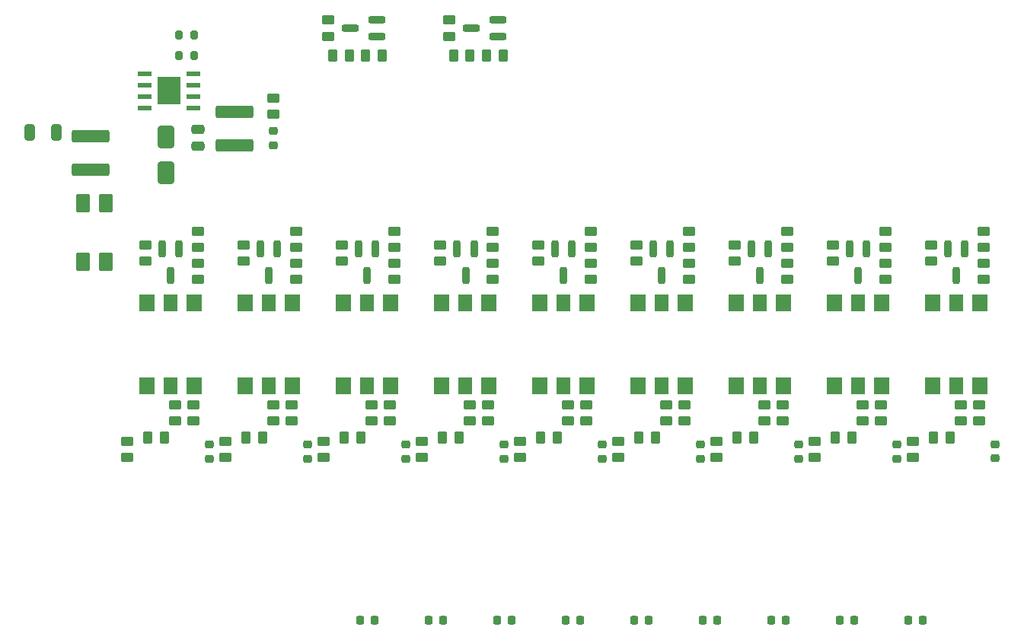
<source format=gbr>
%TF.GenerationSoftware,KiCad,Pcbnew,9.0.0*%
%TF.CreationDate,2025-07-09T14:44:12+08:00*%
%TF.ProjectId,ESPrinkler Retic PCB,45535072-696e-46b6-9c65-722052657469,rev?*%
%TF.SameCoordinates,Original*%
%TF.FileFunction,Paste,Top*%
%TF.FilePolarity,Positive*%
%FSLAX46Y46*%
G04 Gerber Fmt 4.6, Leading zero omitted, Abs format (unit mm)*
G04 Created by KiCad (PCBNEW 9.0.0) date 2025-07-09 14:44:12*
%MOMM*%
%LPD*%
G01*
G04 APERTURE LIST*
G04 Aperture macros list*
%AMRoundRect*
0 Rectangle with rounded corners*
0 $1 Rounding radius*
0 $2 $3 $4 $5 $6 $7 $8 $9 X,Y pos of 4 corners*
0 Add a 4 corners polygon primitive as box body*
4,1,4,$2,$3,$4,$5,$6,$7,$8,$9,$2,$3,0*
0 Add four circle primitives for the rounded corners*
1,1,$1+$1,$2,$3*
1,1,$1+$1,$4,$5*
1,1,$1+$1,$6,$7*
1,1,$1+$1,$8,$9*
0 Add four rect primitives between the rounded corners*
20,1,$1+$1,$2,$3,$4,$5,0*
20,1,$1+$1,$4,$5,$6,$7,0*
20,1,$1+$1,$6,$7,$8,$9,0*
20,1,$1+$1,$8,$9,$2,$3,0*%
G04 Aperture macros list end*
%ADD10RoundRect,0.225000X-0.250000X0.225000X-0.250000X-0.225000X0.250000X-0.225000X0.250000X0.225000X0*%
%ADD11R,1.651000X1.955800*%
%ADD12R,1.524000X1.955800*%
%ADD13RoundRect,0.250000X0.450000X-0.262500X0.450000X0.262500X-0.450000X0.262500X-0.450000X-0.262500X0*%
%ADD14RoundRect,0.250000X-0.450000X0.262500X-0.450000X-0.262500X0.450000X-0.262500X0.450000X0.262500X0*%
%ADD15RoundRect,0.249999X-0.525001X0.800001X-0.525001X-0.800001X0.525001X-0.800001X0.525001X0.800001X0*%
%ADD16RoundRect,0.249999X1.850001X-0.450001X1.850001X0.450001X-1.850001X0.450001X-1.850001X-0.450001X0*%
%ADD17RoundRect,0.250000X0.262500X0.450000X-0.262500X0.450000X-0.262500X-0.450000X0.262500X-0.450000X0*%
%ADD18RoundRect,0.250000X-0.262500X-0.450000X0.262500X-0.450000X0.262500X0.450000X-0.262500X0.450000X0*%
%ADD19RoundRect,0.200000X-0.200000X0.750000X-0.200000X-0.750000X0.200000X-0.750000X0.200000X0.750000X0*%
%ADD20RoundRect,0.250000X-0.650000X1.000000X-0.650000X-1.000000X0.650000X-1.000000X0.650000X1.000000X0*%
%ADD21RoundRect,0.218750X-0.218750X-0.256250X0.218750X-0.256250X0.218750X0.256250X-0.218750X0.256250X0*%
%ADD22RoundRect,0.250000X0.325000X0.650000X-0.325000X0.650000X-0.325000X-0.650000X0.325000X-0.650000X0*%
%ADD23RoundRect,0.200000X0.750000X0.200000X-0.750000X0.200000X-0.750000X-0.200000X0.750000X-0.200000X0*%
%ADD24RoundRect,0.250000X-0.475000X0.250000X-0.475000X-0.250000X0.475000X-0.250000X0.475000X0.250000X0*%
%ADD25RoundRect,0.218750X-0.256250X0.218750X-0.256250X-0.218750X0.256250X-0.218750X0.256250X0.218750X0*%
%ADD26RoundRect,0.200000X0.200000X0.275000X-0.200000X0.275000X-0.200000X-0.275000X0.200000X-0.275000X0*%
%ADD27R,1.550000X0.600000*%
%ADD28R,2.600000X3.100000*%
G04 APERTURE END LIST*
D10*
%TO.C,C13*%
X243332000Y-125450000D03*
X243332000Y-127000000D03*
%TD*%
D11*
%TO.C,U3*%
X165163500Y-109689900D03*
D12*
X162560000Y-109689900D03*
D11*
X159956500Y-109689900D03*
X159956500Y-118910100D03*
D12*
X162560000Y-118910100D03*
D11*
X165163500Y-118910100D03*
%TD*%
D13*
%TO.C,R55*%
X230632000Y-122832500D03*
X230632000Y-121007500D03*
%TD*%
D11*
%TO.C,U8*%
X219773500Y-109689900D03*
D12*
X217170000Y-109689900D03*
D11*
X214566500Y-109689900D03*
X214566500Y-118910100D03*
D12*
X217170000Y-118910100D03*
D11*
X219773500Y-118910100D03*
%TD*%
D14*
%TO.C,R69*%
X209296000Y-101703500D03*
X209296000Y-103528500D03*
%TD*%
D13*
%TO.C,R36*%
X159766000Y-105052500D03*
X159766000Y-103227500D03*
%TD*%
D10*
%TO.C,C12*%
X232410000Y-125463000D03*
X232410000Y-127013000D03*
%TD*%
D14*
%TO.C,R32*%
X187452000Y-105259500D03*
X187452000Y-107084500D03*
%TD*%
%TO.C,R25*%
X146812000Y-125071500D03*
X146812000Y-126896500D03*
%TD*%
D10*
%TO.C,C10*%
X210566000Y-125463000D03*
X210566000Y-127013000D03*
%TD*%
D14*
%TO.C,R57*%
X201422000Y-125071500D03*
X201422000Y-126896500D03*
%TD*%
%TO.C,R43*%
X187452000Y-101703500D03*
X187452000Y-103528500D03*
%TD*%
%TO.C,R40*%
X154686000Y-101703500D03*
X154686000Y-103528500D03*
%TD*%
D10*
%TO.C,C7*%
X177800000Y-125476000D03*
X177800000Y-127026000D03*
%TD*%
D14*
%TO.C,R19*%
X195834000Y-121007500D03*
X195834000Y-122832500D03*
%TD*%
D10*
%TO.C,C8*%
X188722000Y-125463000D03*
X188722000Y-127013000D03*
%TD*%
D15*
%TO.C,D1*%
X144399000Y-98604000D03*
X141859000Y-98604000D03*
X141859000Y-105104000D03*
X144399000Y-105104000D03*
%TD*%
D16*
%TO.C,L2*%
X158748000Y-92157000D03*
X158748000Y-88457000D03*
%TD*%
D17*
%TO.C,R8*%
X188594500Y-82169000D03*
X186769500Y-82169000D03*
%TD*%
D13*
%TO.C,R20*%
X154178000Y-122832500D03*
X154178000Y-121007500D03*
%TD*%
D14*
%TO.C,R29*%
X168656000Y-125071500D03*
X168656000Y-126896500D03*
%TD*%
D17*
%TO.C,R13*%
X183689000Y-124714000D03*
X181864000Y-124714000D03*
%TD*%
%TO.C,R47*%
X227377000Y-124714000D03*
X225552000Y-124714000D03*
%TD*%
D14*
%TO.C,R60*%
X220218000Y-105259500D03*
X220218000Y-107084500D03*
%TD*%
D18*
%TO.C,R7*%
X183086500Y-82169000D03*
X184911500Y-82169000D03*
%TD*%
%TO.C,R2*%
X169648500Y-82169000D03*
X171473500Y-82169000D03*
%TD*%
D14*
%TO.C,R26*%
X154686000Y-105259500D03*
X154686000Y-107084500D03*
%TD*%
D11*
%TO.C,U2*%
X154241500Y-109689900D03*
D12*
X151638000Y-109689900D03*
D11*
X149034500Y-109689900D03*
X149034500Y-118910100D03*
D12*
X151638000Y-118910100D03*
D11*
X154241500Y-118910100D03*
%TD*%
D19*
%TO.C,Q7*%
X196276000Y-103680000D03*
X194376000Y-103680000D03*
X195326000Y-106680000D03*
%TD*%
D14*
%TO.C,R34*%
X198374000Y-105259500D03*
X198374000Y-107084500D03*
%TD*%
D13*
%TO.C,R65*%
X203454000Y-105052500D03*
X203454000Y-103227500D03*
%TD*%
%TO.C,R66*%
X214376000Y-105052500D03*
X214376000Y-103227500D03*
%TD*%
D14*
%TO.C,R70*%
X220218000Y-101703500D03*
X220218000Y-103528500D03*
%TD*%
%TO.C,R51*%
X228600000Y-121007500D03*
X228600000Y-122832500D03*
%TD*%
%TO.C,R33*%
X190500000Y-125071500D03*
X190500000Y-126896500D03*
%TD*%
%TO.C,R15*%
X152146000Y-121007500D03*
X152146000Y-122832500D03*
%TD*%
D11*
%TO.C,U5*%
X187007500Y-109689900D03*
D12*
X184404000Y-109689900D03*
D11*
X181800500Y-109689900D03*
X181800500Y-118910100D03*
D12*
X184404000Y-118910100D03*
D11*
X187007500Y-118910100D03*
%TD*%
D13*
%TO.C,R21*%
X165100000Y-122832500D03*
X165100000Y-121007500D03*
%TD*%
D17*
%TO.C,R12*%
X172767000Y-124714000D03*
X170942000Y-124714000D03*
%TD*%
D19*
%TO.C,Q9*%
X218120000Y-103656000D03*
X216220000Y-103656000D03*
X217170000Y-106656000D03*
%TD*%
D20*
%TO.C,D2*%
X151130000Y-91250000D03*
X151130000Y-95250000D03*
%TD*%
D17*
%TO.C,R14*%
X194611000Y-124714000D03*
X192786000Y-124714000D03*
%TD*%
D14*
%TO.C,R52*%
X239522000Y-121007500D03*
X239522000Y-122832500D03*
%TD*%
D13*
%TO.C,R1*%
X169164000Y-80033500D03*
X169164000Y-78208500D03*
%TD*%
D14*
%TO.C,R18*%
X184912000Y-121007500D03*
X184912000Y-122832500D03*
%TD*%
D10*
%TO.C,C9*%
X199644000Y-125463000D03*
X199644000Y-127013000D03*
%TD*%
D19*
%TO.C,Q3*%
X152588000Y-103656000D03*
X150688000Y-103656000D03*
X151638000Y-106656000D03*
%TD*%
D21*
%TO.C,D12*%
X195554500Y-145034000D03*
X197129500Y-145034000D03*
%TD*%
D13*
%TO.C,R23*%
X186944000Y-122832500D03*
X186944000Y-121007500D03*
%TD*%
D14*
%TO.C,R41*%
X165608000Y-101703500D03*
X165608000Y-103528500D03*
%TD*%
%TO.C,R62*%
X231140000Y-105259500D03*
X231140000Y-107084500D03*
%TD*%
D10*
%TO.C,C5*%
X155956000Y-125463000D03*
X155956000Y-127013000D03*
%TD*%
D13*
%TO.C,R4*%
X182602000Y-80033500D03*
X182602000Y-78208500D03*
%TD*%
D14*
%TO.C,R31*%
X179578000Y-125071500D03*
X179578000Y-126896500D03*
%TD*%
D21*
%TO.C,D19*%
X218414500Y-145034000D03*
X219989500Y-145034000D03*
%TD*%
D16*
%TO.C,L1*%
X142748000Y-94846000D03*
X142748000Y-91146000D03*
%TD*%
D17*
%TO.C,R3*%
X175156500Y-82169000D03*
X173331500Y-82169000D03*
%TD*%
D19*
%TO.C,Q6*%
X185378000Y-103656000D03*
X183478000Y-103656000D03*
X184428000Y-106656000D03*
%TD*%
D11*
%TO.C,U9*%
X230695500Y-109689900D03*
D12*
X228092000Y-109689900D03*
D11*
X225488500Y-109689900D03*
X225488500Y-118910100D03*
D12*
X228092000Y-118910100D03*
D11*
X230695500Y-118910100D03*
%TD*%
D21*
%TO.C,D21*%
X233654500Y-145034000D03*
X235229500Y-145034000D03*
%TD*%
D13*
%TO.C,R67*%
X225298000Y-105052500D03*
X225298000Y-103227500D03*
%TD*%
D22*
%TO.C,C2*%
X138889000Y-90710000D03*
X135939000Y-90710000D03*
%TD*%
D14*
%TO.C,R58*%
X209296000Y-105259500D03*
X209296000Y-107084500D03*
%TD*%
D21*
%TO.C,D18*%
X210794500Y-145034000D03*
X212369500Y-145034000D03*
%TD*%
D23*
%TO.C,Q1*%
X174601000Y-80071000D03*
X174601000Y-78171000D03*
X171601000Y-79121000D03*
%TD*%
D21*
%TO.C,D20*%
X226034500Y-145034000D03*
X227609500Y-145034000D03*
%TD*%
D14*
%TO.C,R42*%
X176530000Y-101703500D03*
X176530000Y-103528500D03*
%TD*%
%TO.C,R61*%
X223266000Y-125071500D03*
X223266000Y-126896500D03*
%TD*%
D19*
%TO.C,Q10*%
X229042000Y-103680000D03*
X227142000Y-103680000D03*
X228092000Y-106680000D03*
%TD*%
D21*
%TO.C,D10*%
X180314500Y-145034000D03*
X181889500Y-145034000D03*
%TD*%
D19*
%TO.C,Q8*%
X207198000Y-103656000D03*
X205298000Y-103656000D03*
X206248000Y-106656000D03*
%TD*%
D24*
%TO.C,C3*%
X154684000Y-90373000D03*
X154684000Y-92273000D03*
%TD*%
D13*
%TO.C,R37*%
X170688000Y-105052500D03*
X170688000Y-103227500D03*
%TD*%
D11*
%TO.C,U6*%
X197929500Y-109689900D03*
D12*
X195326000Y-109689900D03*
D11*
X192722500Y-109689900D03*
X192722500Y-118910100D03*
D12*
X195326000Y-118910100D03*
D11*
X197929500Y-118910100D03*
%TD*%
D17*
%TO.C,R46*%
X216455000Y-124714000D03*
X214630000Y-124714000D03*
%TD*%
D11*
%TO.C,U4*%
X176085500Y-109689900D03*
D12*
X173482000Y-109689900D03*
D11*
X170878500Y-109689900D03*
X170878500Y-118910100D03*
D12*
X173482000Y-118910100D03*
D11*
X176085500Y-118910100D03*
%TD*%
D13*
%TO.C,R53*%
X208788000Y-122832500D03*
X208788000Y-121007500D03*
%TD*%
D10*
%TO.C,C11*%
X221488000Y-125463000D03*
X221488000Y-127013000D03*
%TD*%
D19*
%TO.C,Q5*%
X174432000Y-103656000D03*
X172532000Y-103656000D03*
X173482000Y-106656000D03*
%TD*%
D25*
%TO.C,D3*%
X163030750Y-90561000D03*
X163030750Y-92136000D03*
%TD*%
D14*
%TO.C,R27*%
X157734000Y-125071500D03*
X157734000Y-126896500D03*
%TD*%
%TO.C,R28*%
X165608000Y-105259500D03*
X165608000Y-107084500D03*
%TD*%
D21*
%TO.C,D11*%
X187934500Y-145034000D03*
X189509500Y-145034000D03*
%TD*%
%TO.C,D13*%
X203174500Y-145034000D03*
X204749500Y-145034000D03*
%TD*%
D13*
%TO.C,R35*%
X148844000Y-105052500D03*
X148844000Y-103227500D03*
%TD*%
D11*
%TO.C,U10*%
X241617500Y-109689900D03*
D12*
X239014000Y-109689900D03*
D11*
X236410500Y-109689900D03*
X236410500Y-118910100D03*
D12*
X239014000Y-118910100D03*
D11*
X241617500Y-118910100D03*
%TD*%
D17*
%TO.C,R48*%
X238299000Y-124714000D03*
X236474000Y-124714000D03*
%TD*%
D14*
%TO.C,R50*%
X217678000Y-121007500D03*
X217678000Y-122832500D03*
%TD*%
D13*
%TO.C,R38*%
X181610000Y-105052500D03*
X181610000Y-103227500D03*
%TD*%
D26*
%TO.C,R6*%
X154239000Y-82179000D03*
X152589000Y-82179000D03*
%TD*%
D27*
%TO.C,U1*%
X154176000Y-88021000D03*
X154176000Y-86751000D03*
X154176000Y-85481000D03*
X154176000Y-84211000D03*
X148776000Y-84211000D03*
X148776000Y-85481000D03*
X148776000Y-86751000D03*
X148776000Y-88021000D03*
D28*
X151476000Y-86116000D03*
%TD*%
D13*
%TO.C,R56*%
X241554000Y-122832500D03*
X241554000Y-121007500D03*
%TD*%
D14*
%TO.C,R63*%
X234188000Y-125071500D03*
X234188000Y-126896500D03*
%TD*%
D13*
%TO.C,R59*%
X212344000Y-126896500D03*
X212344000Y-125071500D03*
%TD*%
%TO.C,R22*%
X176022000Y-122832500D03*
X176022000Y-121007500D03*
%TD*%
%TO.C,R39*%
X192532000Y-105052500D03*
X192532000Y-103227500D03*
%TD*%
%TO.C,R54*%
X219710000Y-122832500D03*
X219710000Y-121007500D03*
%TD*%
D14*
%TO.C,R71*%
X231140000Y-101703500D03*
X231140000Y-103528500D03*
%TD*%
%TO.C,R44*%
X198374000Y-101703500D03*
X198374000Y-103528500D03*
%TD*%
D13*
%TO.C,R68*%
X236220000Y-105052500D03*
X236220000Y-103227500D03*
%TD*%
D19*
%TO.C,Q4*%
X163510000Y-103656000D03*
X161610000Y-103656000D03*
X162560000Y-106656000D03*
%TD*%
D14*
%TO.C,R16*%
X163068000Y-121007500D03*
X163068000Y-122832500D03*
%TD*%
%TO.C,R64*%
X242062000Y-105259500D03*
X242062000Y-107084500D03*
%TD*%
D19*
%TO.C,Q11*%
X239964000Y-103656000D03*
X238064000Y-103656000D03*
X239014000Y-106656000D03*
%TD*%
D21*
%TO.C,D9*%
X172694500Y-145034000D03*
X174269500Y-145034000D03*
%TD*%
D14*
%TO.C,R49*%
X206756000Y-121007500D03*
X206756000Y-122832500D03*
%TD*%
D11*
%TO.C,U7*%
X208851500Y-109689900D03*
D12*
X206248000Y-109689900D03*
D11*
X203644500Y-109689900D03*
X203644500Y-118910100D03*
D12*
X206248000Y-118910100D03*
D11*
X208851500Y-118910100D03*
%TD*%
D23*
%TO.C,Q2*%
X188039000Y-80071000D03*
X188039000Y-78171000D03*
X185039000Y-79121000D03*
%TD*%
D10*
%TO.C,C6*%
X166878000Y-125463000D03*
X166878000Y-127013000D03*
%TD*%
D17*
%TO.C,R10*%
X150923000Y-124714000D03*
X149098000Y-124714000D03*
%TD*%
%TO.C,R45*%
X205533000Y-124714000D03*
X203708000Y-124714000D03*
%TD*%
D13*
%TO.C,R24*%
X197866000Y-122832500D03*
X197866000Y-121007500D03*
%TD*%
D14*
%TO.C,R17*%
X173990000Y-121007500D03*
X173990000Y-122832500D03*
%TD*%
D26*
%TO.C,R5*%
X154239000Y-79893000D03*
X152589000Y-79893000D03*
%TD*%
D14*
%TO.C,R30*%
X176530000Y-105259500D03*
X176530000Y-107084500D03*
%TD*%
D13*
%TO.C,R9*%
X163030750Y-88705000D03*
X163030750Y-86880000D03*
%TD*%
D17*
%TO.C,R11*%
X161845000Y-124714000D03*
X160020000Y-124714000D03*
%TD*%
D14*
%TO.C,R72*%
X242062000Y-101703500D03*
X242062000Y-103528500D03*
%TD*%
M02*

</source>
